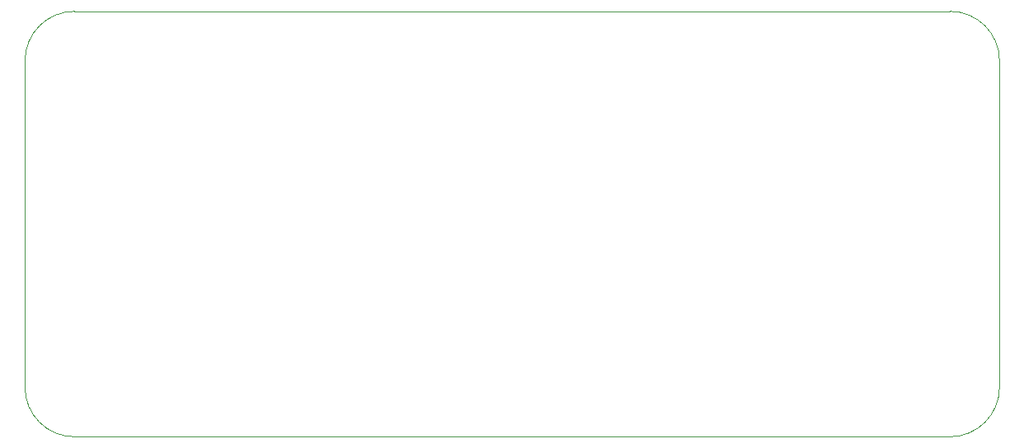
<source format=gbr>
G04 #@! TF.GenerationSoftware,KiCad,Pcbnew,(5.1.5)-3*
G04 #@! TF.CreationDate,2020-09-18T03:21:52-03:00*
G04 #@! TF.ProjectId,Luz de Freio,4c757a20-6465-4204-9672-65696f2e6b69,rev?*
G04 #@! TF.SameCoordinates,Original*
G04 #@! TF.FileFunction,Profile,NP*
%FSLAX46Y46*%
G04 Gerber Fmt 4.6, Leading zero omitted, Abs format (unit mm)*
G04 Created by KiCad (PCBNEW (5.1.5)-3) date 2020-09-18 03:21:52*
%MOMM*%
%LPD*%
G04 APERTURE LIST*
%ADD10C,0.050000*%
%ADD11C,0.120000*%
G04 APERTURE END LIST*
D10*
X225044000Y-94488000D02*
X135128000Y-94488000D01*
X230124000Y-133146800D02*
X230124000Y-99568000D01*
X135128000Y-138226800D02*
X225044000Y-138226800D01*
X130048000Y-133146800D02*
X130048000Y-99568000D01*
D11*
X225044000Y-94488000D02*
G75*
G02X230124000Y-99568000I0J-5080000D01*
G01*
X130048000Y-99568000D02*
G75*
G02X135128000Y-94488000I5080000J0D01*
G01*
X135128000Y-138226800D02*
G75*
G02X130048000Y-133146800I0J5080000D01*
G01*
X230124000Y-133146800D02*
G75*
G02X225044000Y-138226800I-5080000J0D01*
G01*
M02*

</source>
